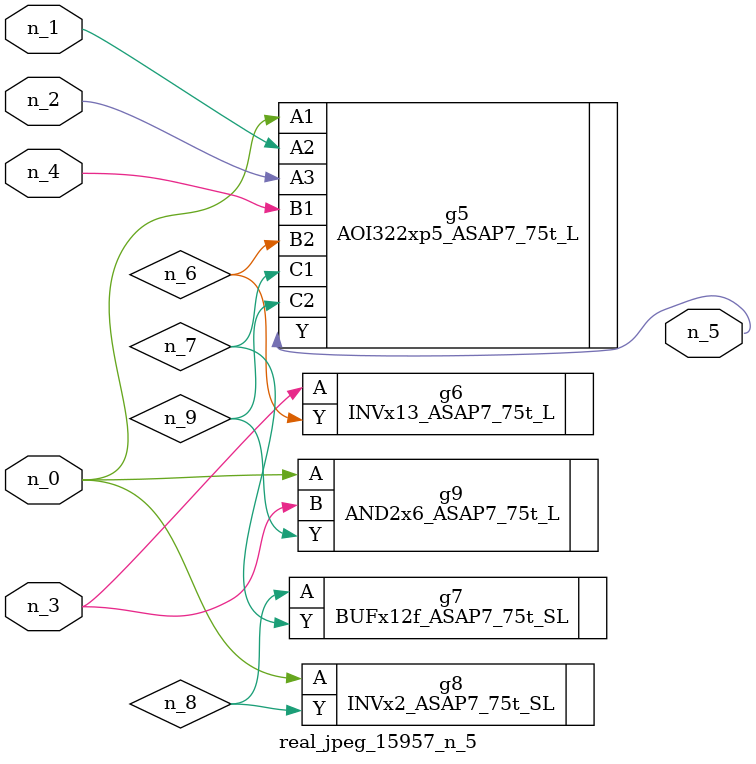
<source format=v>
module real_jpeg_15957_n_5 (n_4, n_0, n_1, n_2, n_3, n_5);

input n_4;
input n_0;
input n_1;
input n_2;
input n_3;

output n_5;

wire n_8;
wire n_6;
wire n_7;
wire n_9;

AOI322xp5_ASAP7_75t_L g5 ( 
.A1(n_0),
.A2(n_1),
.A3(n_2),
.B1(n_4),
.B2(n_6),
.C1(n_7),
.C2(n_9),
.Y(n_5)
);

INVx2_ASAP7_75t_SL g8 ( 
.A(n_0),
.Y(n_8)
);

AND2x6_ASAP7_75t_L g9 ( 
.A(n_0),
.B(n_3),
.Y(n_9)
);

INVx13_ASAP7_75t_L g6 ( 
.A(n_3),
.Y(n_6)
);

BUFx12f_ASAP7_75t_SL g7 ( 
.A(n_8),
.Y(n_7)
);


endmodule
</source>
